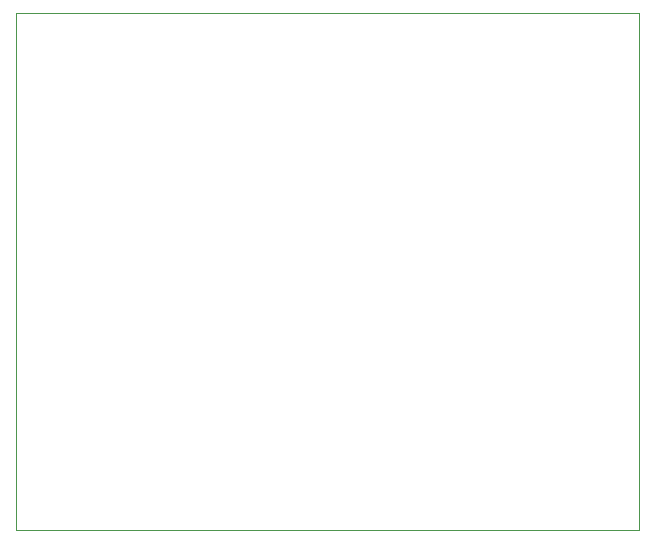
<source format=gbr>
%TF.GenerationSoftware,KiCad,Pcbnew,(6.0.6-0)*%
%TF.CreationDate,2022-10-23T01:51:18+09:00*%
%TF.ProjectId,Subaru,53756261-7275-42e6-9b69-6361645f7063,rev?*%
%TF.SameCoordinates,Original*%
%TF.FileFunction,Profile,NP*%
%FSLAX46Y46*%
G04 Gerber Fmt 4.6, Leading zero omitted, Abs format (unit mm)*
G04 Created by KiCad (PCBNEW (6.0.6-0)) date 2022-10-23 01:51:18*
%MOMM*%
%LPD*%
G01*
G04 APERTURE LIST*
%TA.AperFunction,Profile*%
%ADD10C,0.100000*%
%TD*%
G04 APERTURE END LIST*
D10*
X102235000Y-106045000D02*
X102235000Y-62230000D01*
X154940000Y-106045000D02*
X102235000Y-106045000D01*
X102235000Y-62230000D02*
X154940000Y-62230000D01*
X154940000Y-62230000D02*
X154940000Y-106045000D01*
M02*

</source>
